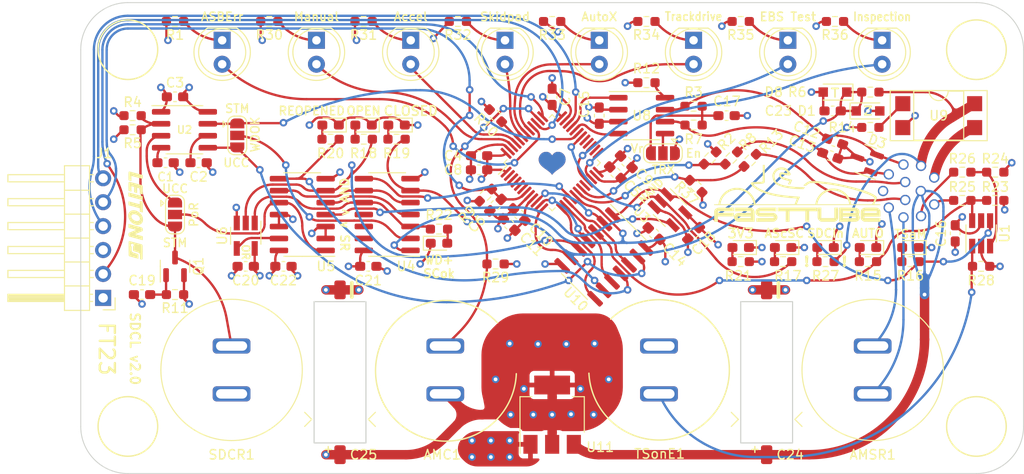
<source format=kicad_pcb>
(kicad_pcb (version 20211014) (generator pcbnew)

  (general
    (thickness 1.6)
  )

  (paper "A4")
  (layers
    (0 "F.Cu" signal)
    (1 "In1.Cu" power "GND.Cu")
    (2 "In2.Cu" power "3V3.Cu")
    (31 "B.Cu" signal)
    (33 "F.Adhes" user "F.Adhesive")
    (35 "F.Paste" user)
    (37 "F.SilkS" user "F.Silkscreen")
    (38 "B.Mask" user)
    (39 "F.Mask" user)
    (40 "Dwgs.User" user "User.Drawings")
    (41 "Cmts.User" user "User.Comments")
    (42 "Eco1.User" user "User.Eco1")
    (43 "Eco2.User" user "User.Eco2")
    (44 "Edge.Cuts" user)
    (45 "Margin" user)
    (46 "B.CrtYd" user "B.Courtyard")
    (47 "F.CrtYd" user "F.Courtyard")
    (49 "F.Fab" user)
  )

  (setup
    (stackup
      (layer "F.SilkS" (type "Top Silk Screen"))
      (layer "F.Paste" (type "Top Solder Paste"))
      (layer "F.Mask" (type "Top Solder Mask") (thickness 0.01))
      (layer "F.Cu" (type "copper") (thickness 0.035))
      (layer "dielectric 1" (type "core") (thickness 0.48) (material "FR4") (epsilon_r 4.5) (loss_tangent 0.02))
      (layer "In1.Cu" (type "copper") (thickness 0.035))
      (layer "dielectric 2" (type "prepreg") (thickness 0.48) (material "FR4") (epsilon_r 4.5) (loss_tangent 0.02))
      (layer "In2.Cu" (type "copper") (thickness 0.035))
      (layer "dielectric 3" (type "core") (thickness 0.48) (material "FR4") (epsilon_r 4.5) (loss_tangent 0.02))
      (layer "B.Cu" (type "copper") (thickness 0.035))
      (layer "B.Mask" (type "Bottom Solder Mask") (thickness 0.01))
      (copper_finish "None")
      (dielectric_constraints no)
    )
    (pad_to_mask_clearance 0)
    (pcbplotparams
      (layerselection 0x00010e0_ffffffff)
      (disableapertmacros false)
      (usegerberextensions false)
      (usegerberattributes true)
      (usegerberadvancedattributes true)
      (creategerberjobfile true)
      (svguseinch false)
      (svgprecision 6)
      (excludeedgelayer true)
      (plotframeref false)
      (viasonmask false)
      (mode 1)
      (useauxorigin false)
      (hpglpennumber 1)
      (hpglpenspeed 20)
      (hpglpendiameter 15.000000)
      (dxfpolygonmode true)
      (dxfimperialunits true)
      (dxfusepcbnewfont true)
      (psnegative false)
      (psa4output false)
      (plotreference true)
      (plotvalue true)
      (plotinvisibletext false)
      (sketchpadsonfab false)
      (subtractmaskfromsilk false)
      (outputformat 1)
      (mirror false)
      (drillshape 0)
      (scaleselection 1)
      (outputdirectory "export/")
    )
  )

  (net 0 "")
  (net 1 "GND")
  (net 2 "NRST")
  (net 3 "+12V")
  (net 4 "AMC")
  (net 5 "TRACESWO")
  (net 6 "SWDIO")
  (net 7 "SWCLK")
  (net 8 "Net-(R12-Pad1)")
  (net 9 "AMSRin")
  (net 10 "AMSRout")
  (net 11 "+3.3V")
  (net 12 "/CAN TRX/CAN_H")
  (net 13 "/CAN TRX/CAN_L")
  (net 14 "Net-(C19-Pad1)")
  (net 15 "/Connections/SDC_in_3V3")
  (net 16 "Net-(D2-Pad1)")
  (net 17 "Net-(D4-Pad2)")
  (net 18 "/Backup AMI/AMI0")
  (net 19 "Net-(D15-Pad1)")
  (net 20 "/Backup AMI/AMI1")
  (net 21 "Net-(D16-Pad1)")
  (net 22 "/Backup AMI/AMI2")
  (net 23 "Net-(D17-Pad1)")
  (net 24 "/Backup AMI/AMI3")
  (net 25 "Net-(D18-Pad1)")
  (net 26 "/Backup AMI/AMI4")
  (net 27 "Net-(D19-Pad1)")
  (net 28 "/Backup AMI/AMI5")
  (net 29 "Net-(D20-Pad1)")
  (net 30 "/Backup AMI/AMI6")
  (net 31 "Net-(J2-Pad1)")
  (net 32 "Net-(J2-Pad9)")
  (net 33 "Net-(R14-Pad2)")
  (net 34 "Net-(D5-Pad2)")
  (net 35 "Net-(D6-Pad2)")
  (net 36 "Net-(D7-Pad2)")
  (net 37 "Net-(D9-Pad2)")
  (net 38 "Net-(D10-Pad2)")
  (net 39 "Net-(D11-Pad2)")
  (net 40 "Net-(D12-Pad2)")
  (net 41 "Net-(D13-Pad2)")
  (net 42 "/Non-Programmable Logic/~{WDO}")
  (net 43 "/Non-Programmable Logic/RP")
  (net 44 "/Non-Programmable Logic/WP")
  (net 45 "/Controller/TS_activate_MUXed")
  (net 46 "/Non-Programmable Logic/close_while_allowed")
  (net 47 "/Non-Programmable Logic/~{reset_all}")
  (net 48 "/Non-Programmable Logic/closing_allowed")
  (net 49 "/Non-Programmable Logic/~{reopen}")
  (net 50 "/Non-Programmable Logic/WD_and_SDCin_ok")
  (net 51 "/Non-Programmable Logic/~{try_close}")
  (net 52 "Net-(J2-Pad11)")
  (net 53 "Net-(J2-Pad12)")
  (net 54 "Net-(JPPoR1-Pad1)")
  (net 55 "/Connections/SDC_out")
  (net 56 "/Connections/SDC_in")
  (net 57 "/Connections/TS_activate_dash")
  (net 58 "/Controller/Watchdog")
  (net 59 "WD_OK")
  (net 60 "/CAN TRX/CAN_TX")
  (net 61 "/CAN TRX/CAN_RX")
  (net 62 "Net-(D14-Pad1)")
  (net 63 "/Connections/ASMS")
  (net 64 "/Buttons/~{SDC_reset}")
  (net 65 "/Controller/AS_close_SDC")
  (net 66 "CLOSED")
  (net 67 "INITIAL_OPEN")
  (net 68 "REOPENED")
  (net 69 "/Buttons/TS_activate_ext")
  (net 70 "/Controller/SDC_is_ready")
  (net 71 "unconnected-(U7-Pad3)")
  (net 72 "unconnected-(U7-Pad4)")
  (net 73 "unconnected-(U7-Pad5)")
  (net 74 "Net-(U10-Pad2)")
  (net 75 "Net-(U10-Pad4)")
  (net 76 "Net-(U10-Pad6)")
  (net 77 "Net-(U10-Pad8)")
  (net 78 "Net-(U10-Pad10)")
  (net 79 "Net-(U10-Pad12)")
  (net 80 "unconnected-(U7-Pad20)")
  (net 81 "unconnected-(U7-Pad25)")
  (net 82 "unconnected-(U7-Pad26)")
  (net 83 "unconnected-(U7-Pad27)")
  (net 84 "unconnected-(U7-Pad28)")
  (net 85 "/CAN TRX/Vref")
  (net 86 "Net-(JP1-Pad2)")
  (net 87 "unconnected-(U4-Pad11)")
  (net 88 "unconnected-(U4-Pad12)")
  (net 89 "unconnected-(U4-Pad13)")
  (net 90 "LV_SENSE_2")
  (net 91 "LV_SENSE_1")
  (net 92 "unconnected-(U7-Pad29)")
  (net 93 "unconnected-(U7-Pad6)")
  (net 94 "/Controller/asb_error")
  (net 95 "Net-(R10-Pad1)")
  (net 96 "unconnected-(U7-Pad2)")

  (footprint "Capacitor_SMD:C_0603_1608Metric_Pad1.08x0.95mm_HandSolder" (layer "F.Cu") (at 109 67))

  (footprint "Capacitor_SMD:C_0603_1608Metric_Pad1.08x0.95mm_HandSolder" (layer "F.Cu") (at 112.5 67))

  (footprint "Capacitor_SMD:C_0603_1608Metric_Pad1.08x0.95mm_HandSolder" (layer "F.Cu") (at 110 60 180))

  (footprint "Capacitor_SMD:C_0603_1608Metric_Pad1.08x0.95mm_HandSolder" (layer "F.Cu") (at 142.25 66.25 180))

  (footprint "Capacitor_SMD:C_0603_1608Metric_Pad1.08x0.95mm_HandSolder" (layer "F.Cu") (at 156.717515 68.06066 -45))

  (footprint "Capacitor_SMD:C_0603_1608Metric_Pad1.08x0.95mm_HandSolder" (layer "F.Cu") (at 144 71.5 -135))

  (footprint "Capacitor_SMD:C_0603_1608Metric_Pad1.08x0.95mm_HandSolder" (layer "F.Cu") (at 150 60 90))

  (footprint "Capacitor_SMD:C_0603_1608Metric_Pad1.08x0.95mm_HandSolder" (layer "F.Cu") (at 142.25 67.75 180))

  (footprint "Capacitor_SMD:C_0603_1608Metric_Pad1.08x0.95mm_HandSolder" (layer "F.Cu") (at 157.867538 66.897577 -45))

  (footprint "Capacitor_SMD:C_0603_1608Metric_Pad1.08x0.95mm_HandSolder" (layer "F.Cu") (at 146.5 72.5 135))

  (footprint "Capacitor_SMD:C_0603_1608Metric_Pad1.08x0.95mm_HandSolder" (layer "F.Cu") (at 145.43934 73.56066 135))

  (footprint "Capacitor_SMD:C_0603_1608Metric_Pad1.08x0.95mm_HandSolder" (layer "F.Cu") (at 180 64.75 -20))

  (footprint "Capacitor_SMD:C_0603_1608Metric_Pad1.08x0.95mm_HandSolder" (layer "F.Cu") (at 179.5 66.25 160))

  (footprint "Package_TO_SOT_SMD:SOT-23-5_HandSoldering" (layer "F.Cu") (at 162.5 72 -45))

  (footprint "Capacitor_SMD:C_0603_1608Metric_Pad1.08x0.95mm_HandSolder" (layer "F.Cu") (at 155 62 90))

  (footprint "Package_TO_SOT_SMD:SOT-23-5_HandSoldering" (layer "F.Cu") (at 117.5 74.75 -90))

  (footprint "Resistor_SMD:R_0603_1608Metric_Pad0.98x0.95mm_HandSolder" (layer "F.Cu") (at 105.5 62))

  (footprint "Resistor_SMD:R_0603_1608Metric_Pad0.98x0.95mm_HandSolder" (layer "F.Cu") (at 105.5 63.5 180))

  (footprint "Resistor_SMD:R_0603_1608Metric_Pad0.98x0.95mm_HandSolder" (layer "F.Cu") (at 183.75 59.5 180))

  (footprint "Resistor_SMD:R_0603_1608Metric_Pad0.98x0.95mm_HandSolder" (layer "F.Cu") (at 142.93934 70.43934 45))

  (footprint "Resistor_SMD:R_0603_1608Metric_Pad0.98x0.95mm_HandSolder" (layer "F.Cu") (at 144 62 135))

  (footprint "Resistor_SMD:R_0603_1608Metric_Pad0.98x0.95mm_HandSolder" (layer "F.Cu") (at 160 58.5 180))

  (footprint "Package_TO_SOT_SMD:SOT-23-6_Handsoldering" (layer "F.Cu") (at 195.5 74.5 90))

  (footprint "Package_SO:SOIC-8_3.9x4.9mm_P1.27mm" (layer "F.Cu") (at 111 63.5))

  (footprint "Package_SO:SOIC-14_3.9x8.7mm_P1.27mm" (layer "F.Cu") (at 132.5 72.5 180))

  (footprint "Package_SO:SOIC-14_3.9x8.7mm_P1.27mm" (layer "F.Cu") (at 123.5 72.503922 180))

  (footprint "Package_QFP:LQFP-48_7x7mm_P0.5mm" (layer "F.Cu") (at 150 67 45))

  (footprint "Package_SO:SOIC-8_3.9x4.9mm_P1.27mm" (layer "F.Cu") (at 159.5 62))

  (footprint "Resistor_SMD:R_0603_1608Metric_Pad0.98x0.95mm_HandSolder" (layer "F.Cu") (at 183.75 63.25))

  (footprint "Package_DIP:DIP-4_W7.62mm_SMDSocket_SmallPads" (layer "F.Cu") (at 191 62))

  (footprint "Capacitor_SMD:C_0603_1608Metric_Pad1.08x0.95mm_HandSolder" (layer "F.Cu") (at 192.75 74.5 90))

  (footprint "Capacitor_SMD:C_0603_1608Metric_Pad1.08x0.95mm_HandSolder" (layer "F.Cu") (at 165 74.5 45))

  (footprint "Capacitor_SMD:C_0603_1608Metric_Pad1.08x0.95mm_HandSolder" (layer "F.Cu") (at 117.5 78))

  (footprint "Capacitor_SMD:C_0603_1608Metric_Pad1.08x0.95mm_HandSolder" (layer "F.Cu") (at 130.5 78 180))

  (footprint "Capacitor_SMD:C_0603_1608Metric_Pad1.08x0.95mm_HandSolder" (layer "F.Cu") (at 121.5 78 180))

  (footprint "Diode_SMD:D_0603_1608Metric_Pad1.05x0.95mm_HandSolder" (layer "F.Cu") (at 183.5 76 180))

  (footprint "Diode_SMD:D_0603_1608Metric_Pad1.05x0.95mm_HandSolder" (layer "F.Cu") (at 188 76 180))

  (footprint "Diode_SMD:D_0603_1608Metric_Pad1.05x0.95mm_HandSolder" (layer "F.Cu") (at 174.5 76 180))

  (footprint "Diode_SMD:D_0603_1608Metric_Pad1.05x0.95mm_HandSolder" (layer "F.Cu") (at 130 63 180))

  (footprint "Diode_SMD:D_0603_1608Metric_Pad1.05x0.95mm_HandSolder" (layer "F.Cu") (at 133.5 63 180))

  (footprint "Diode_SMD:D_0603_1608Metric_Pad1.05x0.95mm_HandSolder" (layer "F.Cu") (at 126.5 63 180))

  (footprint "Diode_SMD:D_0603_1608Metric_Pad1.05x0.95mm_HandSolder" (layer "F.Cu") (at 170 76 180))

  (footprint "Resistor_SMD:R_0603_1608Metric_Pad0.98x0.95mm_HandSolder" (layer "F.Cu") (at 183.5 77.5 180))

  (footprint "Resistor_SMD:R_0603_1608Metric_Pad0.98x0.95mm_HandSolder" (layer "F.Cu") (at 188 77.5))

  (footprint "Diode_SMD:D_0603_1608Metric_Pad1.05x0.95mm_HandSolder" (layer "F.Cu") (at 138 75.545))

  (footprint "Resistor_SMD:R_0603_1608Metric_Pad0.98x0.95mm_HandSolder" (layer "F.Cu") (at 174.5 77.5 180))

  (footprint "Resistor_SMD:R_0603_1608Metric_Pad0.98x0.95mm_HandSolder" (layer "F.Cu") (at 130.016666 64.5 180))

  (footprint "Resistor_SMD:R_0603_1608Metric_Pad0.98x0.95mm_HandSolder" (layer "F.Cu") (at 133.5 64.5 180))

  (footprint "Resistor_SMD:R_0603_1608Metric_Pad0.98x0.95mm_HandSolder" (layer "F.Cu") (at 126.5 64.5 180))

  (footprint "Resistor_SMD:R_0603_1608Metric_Pad0.98x0.95mm_HandSolder" (layer "F.Cu") (at 170 77.5 180))

  (footprint "Resistor_SMD:R_0603_1608Metric_Pad0.98x0.95mm_HandSolder" (layer "F.Cu") (at 138 74.045 180))

  (footprint "Capacitor_SMD:C_0603_1608Metric_Pad1.08x0.95mm_HandSolder" (layer "F.Cu") (at 179.75 61.5))

  (footprint "Diode_SMD:D_SOD-323_HandSoldering" (layer "F.Cu") (at 180 59.5 180))

  (footprint "MountingHole:MountingHole_3.2mm_M3" (layer "F.Cu")
    (tedit 56D1B4CB) (tstamp 00000000-0000-0000-0000-000061bee488)
    (at 105 55 180)
    (descr "Mounting Hole 3.2mm, no annular, M3")
    (tags "mounting hole 3.2mm no annular m3")
    (property "Sheetfile" "connections.kicad_sch")
    (property "Sheetname" "Connections")
    (path "/00000000-0000-0000-0000-000061bba8ea/00000000-0000-0000-0000-000061bd2819")
    (attr exclude_from_pos_files)
    (fp_text reference "H1" (at 0 -4.2) (layer "F.SilkS") hide
      (effects (font (size 1 1) (thickness 0.15)))
      (tstamp 47fadd5d-e63f-4824-9b10-de5d2fb6df9a)
    )
    (fp_text value "MountingHole" (at 0 4.2) (layer "F.Fab")
      (effects (font (size 1 1) (thickness 0.15)))
      (tstamp 1c823e0b-a9cf-4241-96e0-8c775a87c35a)

... [1288954 chars truncated]
</source>
